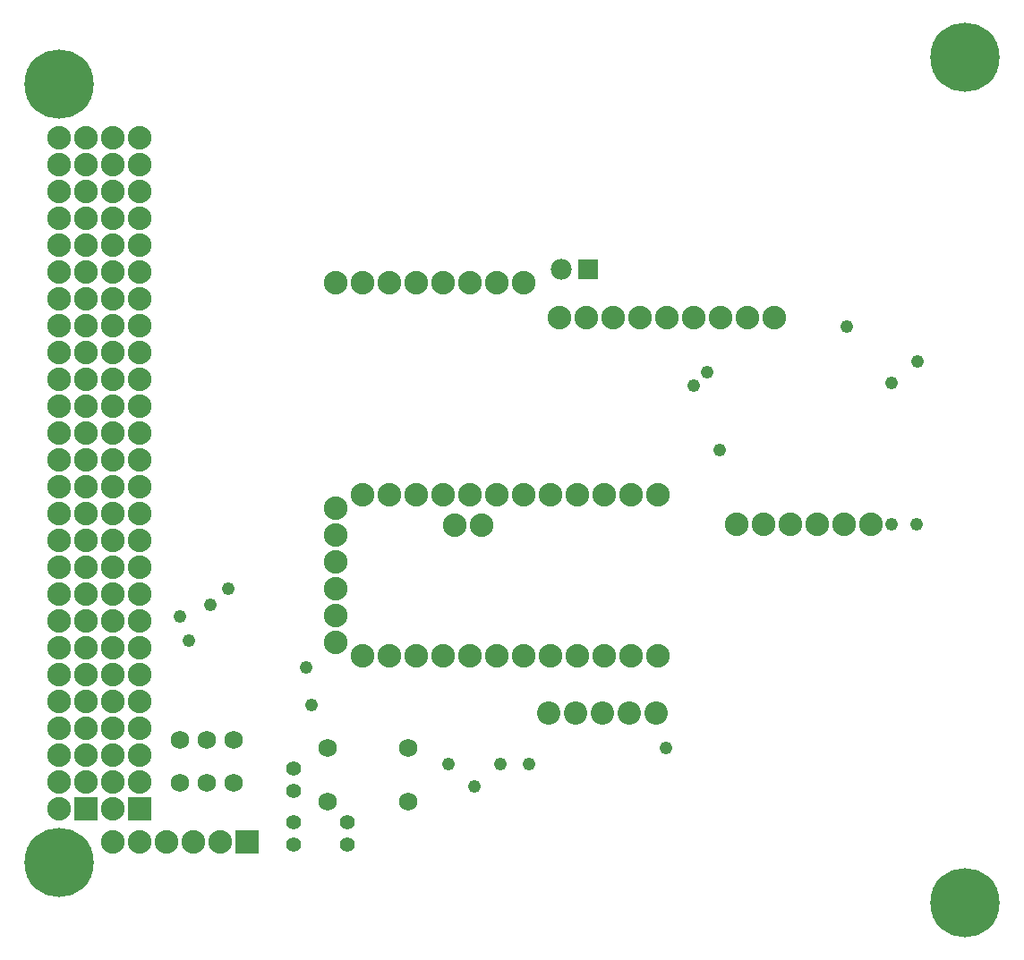
<source format=gbs>
G04 Layer_Color=16711935*
%FSLAX25Y25*%
%MOIN*%
G70*
G01*
G75*
%ADD36R,0.07800X0.07800*%
%ADD37C,0.07800*%
%ADD38C,0.08800*%
%ADD39C,0.08674*%
%ADD40C,0.05524*%
%ADD41C,0.06800*%
%ADD42R,0.08800X0.08800*%
%ADD43R,0.08800X0.08800*%
%ADD44C,0.04800*%
%ADD45C,0.25800*%
D36*
X-160500Y256000D02*
D03*
D37*
X-170500Y256000D02*
D03*
D38*
X-121000Y238000D02*
D03*
X-111000D02*
D03*
X-171000D02*
D03*
X-161000D02*
D03*
X-91000D02*
D03*
X-101000D02*
D03*
X-151000D02*
D03*
X-141000D02*
D03*
X-131000D02*
D03*
X-65000Y161000D02*
D03*
X-55000D02*
D03*
X-75000D02*
D03*
X-85000D02*
D03*
X-95000D02*
D03*
X-105000D02*
D03*
X-164500Y172000D02*
D03*
X-154500D02*
D03*
X-174500D02*
D03*
X-134500D02*
D03*
X-144500D02*
D03*
X-194500D02*
D03*
X-184500D02*
D03*
X-204500D02*
D03*
X-200000Y160500D02*
D03*
X-210000D02*
D03*
X-134500Y112000D02*
D03*
X-144500D02*
D03*
X-154500D02*
D03*
X-164500D02*
D03*
X-194500D02*
D03*
X-204500D02*
D03*
X-174500D02*
D03*
X-184500D02*
D03*
X-234500Y172000D02*
D03*
X-214500D02*
D03*
X-224500D02*
D03*
X-244500D02*
D03*
X-254500Y167000D02*
D03*
Y147000D02*
D03*
Y157000D02*
D03*
X-234500Y112000D02*
D03*
X-224500D02*
D03*
X-244500D02*
D03*
X-214500D02*
D03*
X-254500Y137000D02*
D03*
Y117000D02*
D03*
Y127000D02*
D03*
X-194500Y251000D02*
D03*
X-184500D02*
D03*
X-224500D02*
D03*
X-204500D02*
D03*
X-214500D02*
D03*
X-234500D02*
D03*
X-244500D02*
D03*
X-254500D02*
D03*
X-307500Y42500D02*
D03*
X-297500D02*
D03*
X-317500D02*
D03*
X-327500D02*
D03*
X-337500D02*
D03*
Y55000D02*
D03*
X-327500Y65000D02*
D03*
X-337500D02*
D03*
X-327500Y75000D02*
D03*
X-337500D02*
D03*
X-327500Y85000D02*
D03*
X-337500D02*
D03*
X-327500Y95000D02*
D03*
X-337500D02*
D03*
X-327500Y105000D02*
D03*
X-337500D02*
D03*
X-327500Y115000D02*
D03*
X-337500D02*
D03*
X-327500Y125000D02*
D03*
X-337500D02*
D03*
X-327500Y135000D02*
D03*
X-337500D02*
D03*
X-327500Y145000D02*
D03*
X-337500D02*
D03*
X-327500Y155000D02*
D03*
X-337500D02*
D03*
X-327500Y165000D02*
D03*
X-337500D02*
D03*
X-327500Y175000D02*
D03*
X-337500D02*
D03*
X-327500Y185000D02*
D03*
X-337500D02*
D03*
X-327500Y195000D02*
D03*
X-337500D02*
D03*
X-327500Y205000D02*
D03*
X-337500D02*
D03*
X-327500Y215000D02*
D03*
X-337500D02*
D03*
X-327500Y225000D02*
D03*
X-337500D02*
D03*
X-327500Y235000D02*
D03*
X-337500D02*
D03*
X-327500Y245000D02*
D03*
X-337500D02*
D03*
X-327500Y255000D02*
D03*
X-337500D02*
D03*
X-327500Y265000D02*
D03*
X-337500D02*
D03*
X-327500Y275000D02*
D03*
X-337500D02*
D03*
X-327500Y285000D02*
D03*
X-337500D02*
D03*
X-327500Y295000D02*
D03*
X-337500D02*
D03*
Y305000D02*
D03*
X-327500D02*
D03*
X-357500Y55000D02*
D03*
X-347500Y65000D02*
D03*
X-357500D02*
D03*
X-347500Y75000D02*
D03*
X-357500D02*
D03*
X-347500Y85000D02*
D03*
X-357500D02*
D03*
X-347500Y95000D02*
D03*
X-357500D02*
D03*
X-347500Y105000D02*
D03*
X-357500D02*
D03*
X-347500Y115000D02*
D03*
X-357500D02*
D03*
X-347500Y125000D02*
D03*
X-357500D02*
D03*
X-347500Y135000D02*
D03*
X-357500D02*
D03*
X-347500Y145000D02*
D03*
X-357500D02*
D03*
X-347500Y155000D02*
D03*
X-357500D02*
D03*
X-347500Y165000D02*
D03*
X-357500D02*
D03*
X-347500Y175000D02*
D03*
X-357500D02*
D03*
X-347500Y185000D02*
D03*
X-357500D02*
D03*
X-347500Y195000D02*
D03*
X-357500D02*
D03*
X-347500Y205000D02*
D03*
X-357500D02*
D03*
X-347500Y215000D02*
D03*
X-357500D02*
D03*
X-347500Y225000D02*
D03*
X-357500D02*
D03*
X-347500Y235000D02*
D03*
X-357500D02*
D03*
X-347500Y245000D02*
D03*
X-357500D02*
D03*
X-347500Y255000D02*
D03*
X-357500D02*
D03*
X-347500Y265000D02*
D03*
X-357500D02*
D03*
X-347500Y275000D02*
D03*
X-357500D02*
D03*
X-347500Y285000D02*
D03*
X-357500D02*
D03*
X-347500Y295000D02*
D03*
X-357500D02*
D03*
Y305000D02*
D03*
X-347500D02*
D03*
D39*
X-175000Y90500D02*
D03*
X-165000D02*
D03*
X-155000D02*
D03*
X-145000D02*
D03*
X-135000D02*
D03*
D40*
X-270000Y70000D02*
D03*
Y61732D02*
D03*
X-250000Y50000D02*
D03*
Y41732D02*
D03*
X-270000Y50000D02*
D03*
Y41732D02*
D03*
D41*
X-227500Y77500D02*
D03*
Y57500D02*
D03*
X-257500Y77500D02*
D03*
Y57500D02*
D03*
X-292500Y64700D02*
D03*
X-302500D02*
D03*
X-312500D02*
D03*
X-292500Y80500D02*
D03*
X-302500D02*
D03*
X-312500D02*
D03*
D42*
X-287500Y42500D02*
D03*
D43*
X-327500Y55000D02*
D03*
X-347500D02*
D03*
D44*
X-20000Y344500D02*
D03*
Y325500D02*
D03*
X-28000Y340000D02*
D03*
Y330000D02*
D03*
X-12000Y340000D02*
D03*
Y330000D02*
D03*
X-357500Y334500D02*
D03*
Y315500D02*
D03*
X-365500Y330000D02*
D03*
Y320000D02*
D03*
X-349500Y330000D02*
D03*
Y320000D02*
D03*
X-20000Y29500D02*
D03*
Y10500D02*
D03*
X-28000Y25000D02*
D03*
Y15000D02*
D03*
X-12000Y25000D02*
D03*
Y15000D02*
D03*
X-349500Y30000D02*
D03*
Y40000D02*
D03*
X-365500Y30000D02*
D03*
Y40000D02*
D03*
X-357500Y25500D02*
D03*
Y44500D02*
D03*
X-111500Y188500D02*
D03*
X-38000Y161000D02*
D03*
X-47361Y160861D02*
D03*
X-121000Y212500D02*
D03*
X-116000Y217500D02*
D03*
X-64000Y234500D02*
D03*
X-309000Y117500D02*
D03*
X-312500Y126500D02*
D03*
X-212500Y71500D02*
D03*
X-294500Y137000D02*
D03*
X-301000Y131000D02*
D03*
X-265500Y107500D02*
D03*
X-263500Y93700D02*
D03*
X-182500Y71500D02*
D03*
X-193000D02*
D03*
X-202899Y63359D02*
D03*
X-37780Y221721D02*
D03*
X-47500Y213500D02*
D03*
X-131500Y77500D02*
D03*
D45*
X-357500Y35000D02*
D03*
Y325000D02*
D03*
X-20000Y335000D02*
D03*
Y20000D02*
D03*
M02*

</source>
